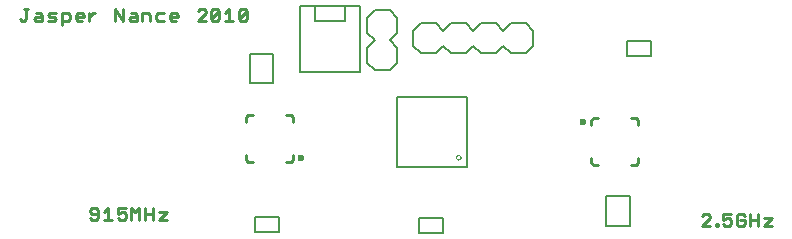
<source format=gto>
G75*
G70*
%OFA0B0*%
%FSLAX24Y24*%
%IPPOS*%
%LPD*%
%AMOC8*
5,1,8,0,0,1.08239X$1,22.5*
%
%ADD10C,0.0100*%
%ADD11C,0.0050*%
%ADD12C,0.0030*%
%ADD13C,0.0236*%
%ADD14C,0.0080*%
D10*
X003047Y001901D02*
X003114Y001835D01*
X003247Y001835D01*
X003314Y001901D01*
X003314Y002168D01*
X003247Y002235D01*
X003114Y002235D01*
X003047Y002168D01*
X003047Y002101D01*
X003114Y002035D01*
X003314Y002035D01*
X003507Y002101D02*
X003641Y002235D01*
X003641Y001835D01*
X003774Y001835D02*
X003507Y001835D01*
X003968Y001901D02*
X004034Y001835D01*
X004168Y001835D01*
X004234Y001901D01*
X004234Y002035D01*
X004168Y002101D01*
X004101Y002101D01*
X003968Y002035D01*
X003968Y002235D01*
X004234Y002235D01*
X004428Y002235D02*
X004561Y002101D01*
X004695Y002235D01*
X004695Y001835D01*
X004888Y001835D02*
X004888Y002235D01*
X005155Y002235D02*
X005155Y001835D01*
X005349Y001835D02*
X005616Y001835D01*
X005616Y002101D02*
X005349Y001835D01*
X005349Y002101D02*
X005616Y002101D01*
X005155Y002035D02*
X004888Y002035D01*
X004428Y001835D02*
X004428Y002235D01*
X008246Y003866D02*
X008325Y003787D01*
X008482Y003787D01*
X008246Y003866D02*
X008246Y004023D01*
X009584Y003787D02*
X009742Y003787D01*
X009821Y003866D01*
X009821Y004023D01*
X009821Y005126D02*
X009821Y005283D01*
X009742Y005362D01*
X009584Y005362D01*
X008482Y005362D02*
X008325Y005362D01*
X008246Y005283D01*
X008246Y005126D01*
X002108Y008341D02*
X002108Y008741D01*
X002308Y008741D01*
X002375Y008675D01*
X002375Y008541D01*
X002308Y008475D01*
X002108Y008475D01*
X001914Y008541D02*
X001848Y008608D01*
X001714Y008608D01*
X001648Y008675D01*
X001714Y008741D01*
X001914Y008741D01*
X001914Y008541D02*
X001848Y008475D01*
X001648Y008475D01*
X001454Y008475D02*
X001254Y008475D01*
X001187Y008541D01*
X001254Y008608D01*
X001454Y008608D01*
X001454Y008675D02*
X001454Y008475D01*
X000927Y008541D02*
X000927Y008875D01*
X000860Y008875D02*
X000994Y008875D01*
X001254Y008741D02*
X001387Y008741D01*
X001454Y008675D01*
X000927Y008541D02*
X000860Y008475D01*
X000794Y008475D01*
X000727Y008541D01*
X002568Y008541D02*
X002635Y008475D01*
X002768Y008475D01*
X002568Y008541D02*
X002568Y008675D01*
X002635Y008741D01*
X002768Y008741D01*
X002835Y008675D01*
X002835Y008608D01*
X002568Y008608D01*
X003029Y008608D02*
X003162Y008741D01*
X003229Y008741D01*
X003029Y008741D02*
X003029Y008475D01*
X003873Y008475D02*
X003873Y008875D01*
X004139Y008475D01*
X004139Y008875D01*
X004400Y008741D02*
X004533Y008741D01*
X004600Y008675D01*
X004600Y008475D01*
X004400Y008475D01*
X004333Y008541D01*
X004400Y008608D01*
X004600Y008608D01*
X004793Y008741D02*
X004993Y008741D01*
X005060Y008675D01*
X005060Y008475D01*
X005254Y008541D02*
X005320Y008475D01*
X005521Y008475D01*
X005714Y008541D02*
X005714Y008675D01*
X005781Y008741D01*
X005914Y008741D01*
X005981Y008675D01*
X005981Y008608D01*
X005714Y008608D01*
X005714Y008541D02*
X005781Y008475D01*
X005914Y008475D01*
X006635Y008475D02*
X006902Y008741D01*
X006902Y008808D01*
X006835Y008875D01*
X006701Y008875D01*
X006635Y008808D01*
X007095Y008808D02*
X007162Y008875D01*
X007295Y008875D01*
X007362Y008808D01*
X007095Y008541D01*
X007162Y008475D01*
X007295Y008475D01*
X007362Y008541D01*
X007362Y008808D01*
X007555Y008741D02*
X007689Y008875D01*
X007689Y008475D01*
X007822Y008475D02*
X007555Y008475D01*
X007095Y008541D02*
X007095Y008808D01*
X008016Y008808D02*
X008016Y008541D01*
X008283Y008808D01*
X008283Y008541D01*
X008216Y008475D01*
X008082Y008475D01*
X008016Y008541D01*
X008016Y008808D02*
X008082Y008875D01*
X008216Y008875D01*
X008283Y008808D01*
X006902Y008475D02*
X006635Y008475D01*
X005521Y008741D02*
X005320Y008741D01*
X005254Y008675D01*
X005254Y008541D01*
X004793Y008475D02*
X004793Y008741D01*
X019754Y005169D02*
X019754Y005011D01*
X019754Y005169D02*
X019832Y005248D01*
X019990Y005248D01*
X021092Y005248D02*
X021250Y005248D01*
X021329Y005169D01*
X021329Y005011D01*
X021329Y003909D02*
X021329Y003752D01*
X021250Y003673D01*
X021092Y003673D01*
X019990Y003673D02*
X019832Y003673D01*
X019754Y003752D01*
X019754Y003909D01*
X023447Y001968D02*
X023514Y002035D01*
X023647Y002035D01*
X023714Y001968D01*
X023714Y001901D01*
X023447Y001635D01*
X023714Y001635D01*
X023907Y001635D02*
X023974Y001635D01*
X023974Y001701D01*
X023907Y001701D01*
X023907Y001635D01*
X024137Y001701D02*
X024204Y001635D01*
X024338Y001635D01*
X024404Y001701D01*
X024404Y001835D01*
X024338Y001901D01*
X024271Y001901D01*
X024137Y001835D01*
X024137Y002035D01*
X024404Y002035D01*
X024598Y001968D02*
X024598Y001701D01*
X024664Y001635D01*
X024798Y001635D01*
X024865Y001701D01*
X024865Y001835D01*
X024731Y001835D01*
X024598Y001968D02*
X024664Y002035D01*
X024798Y002035D01*
X024865Y001968D01*
X025058Y002035D02*
X025058Y001635D01*
X025325Y001635D02*
X025325Y002035D01*
X025325Y001835D02*
X025058Y001835D01*
X025518Y001901D02*
X025785Y001901D01*
X025518Y001635D01*
X025785Y001635D01*
D11*
X021047Y001664D02*
X021047Y002648D01*
X020260Y002648D01*
X020260Y001664D01*
X021047Y001664D01*
X015613Y003632D02*
X015613Y005955D01*
X013290Y005955D01*
X013290Y003632D01*
X015613Y003632D01*
X014806Y001924D02*
X014018Y001924D01*
X014018Y001432D01*
X014806Y001432D01*
X014806Y001924D01*
X009335Y001955D02*
X009335Y001463D01*
X008547Y001463D01*
X008547Y001955D01*
X009335Y001955D01*
X009155Y006411D02*
X008368Y006411D01*
X008368Y007395D01*
X009155Y007395D01*
X009155Y006411D01*
X010057Y006785D02*
X012057Y006785D01*
X012057Y008985D01*
X011557Y008985D01*
X011557Y008485D01*
X010557Y008485D01*
X010557Y008985D01*
X011557Y008985D01*
X010557Y008985D02*
X010057Y008985D01*
X010057Y006785D01*
X020951Y007332D02*
X020951Y007824D01*
X021739Y007824D01*
X021739Y007332D01*
X020951Y007332D01*
D12*
X015252Y003939D02*
X015254Y003956D01*
X015260Y003972D01*
X015269Y003986D01*
X015281Y003998D01*
X015296Y004006D01*
X015312Y004011D01*
X015329Y004012D01*
X015346Y004009D01*
X015361Y004002D01*
X015375Y003992D01*
X015386Y003979D01*
X015394Y003964D01*
X015398Y003947D01*
X015398Y003931D01*
X015394Y003914D01*
X015386Y003899D01*
X015375Y003886D01*
X015362Y003876D01*
X015346Y003869D01*
X015329Y003866D01*
X015312Y003867D01*
X015296Y003872D01*
X015281Y003880D01*
X015269Y003892D01*
X015260Y003906D01*
X015254Y003922D01*
X015252Y003939D01*
D13*
X019490Y005118D03*
X010084Y003917D03*
D14*
X012547Y006845D02*
X012297Y007095D01*
X012297Y007595D01*
X012547Y007845D01*
X012297Y008095D01*
X012297Y008595D01*
X012547Y008845D01*
X013047Y008845D01*
X013297Y008595D01*
X013297Y008095D01*
X013047Y007845D01*
X013297Y007595D01*
X013297Y007095D01*
X013047Y006845D01*
X012547Y006845D01*
X013817Y007655D02*
X014067Y007405D01*
X014567Y007405D01*
X014817Y007655D01*
X015067Y007405D01*
X015567Y007405D01*
X015817Y007655D01*
X016067Y007405D01*
X016567Y007405D01*
X016817Y007655D01*
X017067Y007405D01*
X017567Y007405D01*
X017817Y007655D01*
X017817Y008155D01*
X017567Y008405D01*
X017067Y008405D01*
X016817Y008155D01*
X016567Y008405D01*
X016067Y008405D01*
X015817Y008155D01*
X015567Y008405D01*
X015067Y008405D01*
X014817Y008155D01*
X014567Y008405D01*
X014067Y008405D01*
X013817Y008155D01*
X013817Y007655D01*
M02*

</source>
